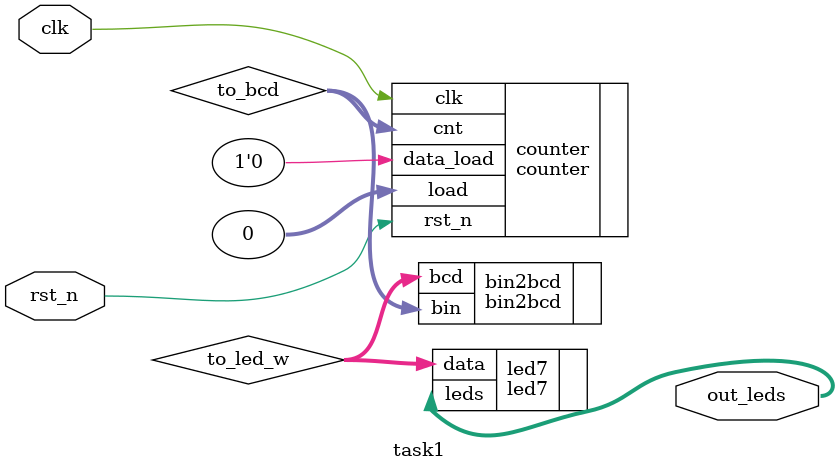
<source format=v>
module task1 #(
    parameter WIDTH = 18,
    parameter LEDS_COUNT = 6
) (
    input clk,
    input rst_n,
    output [LEDS_COUNT * 8 - 1 : 0] out_leds
);
    wire [WIDTH - 1 : 0] to_bcd;
    wire [LEDS_COUNT * 4 - 1 : 0] to_led_w;

    counter #(.WIDTH (WIDTH)) counter (
        .clk (clk),
        .rst_n (rst_n),
        .data_load (1'b0),
        .load(0),
        .cnt (to_bcd)
    );

    bin2bcd #(.WIDTH (WIDTH), .DIGITS (LEDS_COUNT)) bin2bcd (
        .bin(to_bcd),
        .bcd (to_led_w)
    );

    led7 #(.COUNT (LEDS_COUNT)) led7 (
        .data (to_led_w),
        .leds (out_leds)
    );

endmodule

</source>
